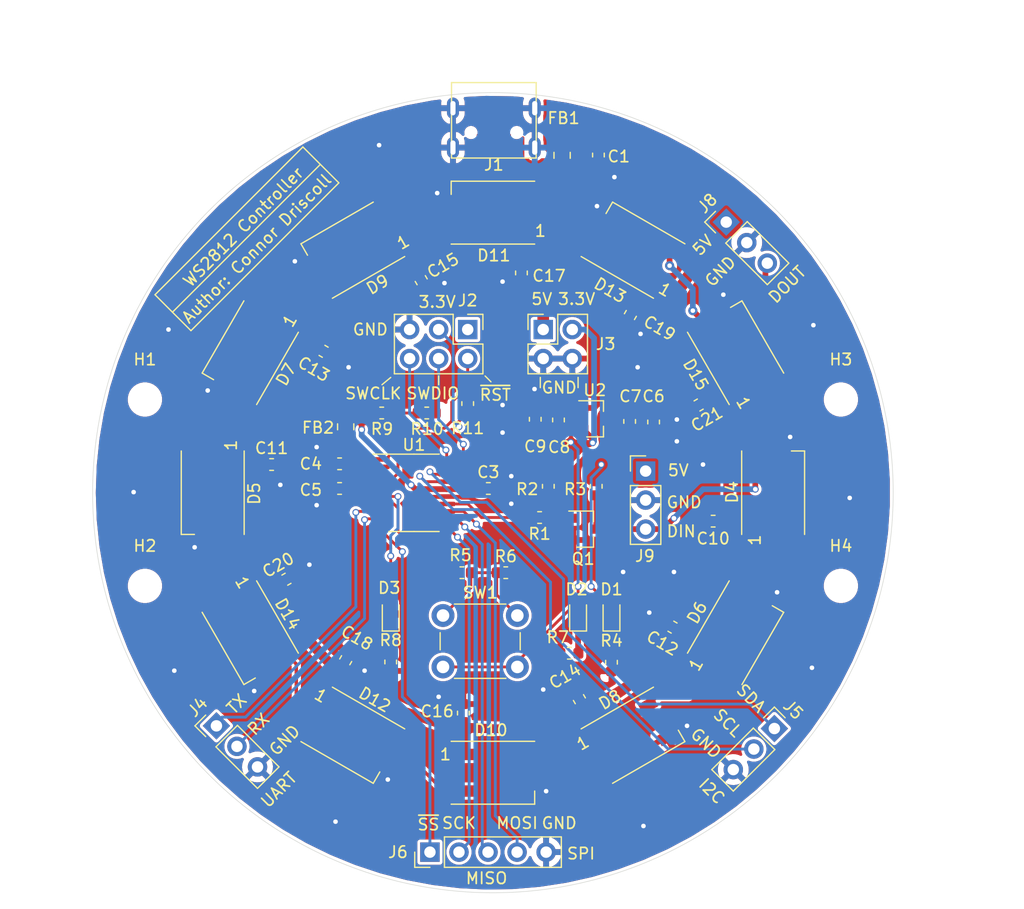
<source format=kicad_pcb>
(kicad_pcb (version 20171130) (host pcbnew 5.1.6)
  (layers (0 F.Cu signal) (31 B.Cu signal) (34 B.Paste user) (35 F.Paste user) (36 B.SilkS user) (37 F.SilkS user) (38 B.Mask user) (39 F.Mask user) (44 Edge.Cuts user))
  (net 0 "")
  (net 1 GND)
  (net 2 +5V)
  (net 3 +3V3)
  (net 4 /STM32F030F4Px/VDDA)
  (net 5 /5V_LED_K)
  (net 6 /3.3V_LED_K)
  (net 7 /PA0)
  (net 8 /User_LED_K)
  (net 9 /Addressable_LEDs/DOUT_1)
  (net 10 /5V_Data_Out)
  (net 11 /Addressable_LEDs/DOUT_7)
  (net 12 /Addressable_LEDs/DOUT_6)
  (net 13 /Addressable_LEDs/DOUT_2)
  (net 14 /Addressable_LEDs/DOUT_8)
  (net 15 /Addressable_LEDs/DOUT_3)
  (net 16 /Addressable_LEDs/DOUT_9)
  (net 17 /Addressable_LEDs/DOUT_4)
  (net 18 /Addressable_LEDs/DOUT_10)
  (net 19 /Addressable_LEDs/DOUT_5)
  (net 20 /Addressable_LEDs/DOUT_11)
  (net 21 /DOUT)
  (net 22 /V_USB)
  (net 23 "Net-(J1-Pad4)")
  (net 24 "Net-(J1-Pad2)")
  (net 25 "Net-(J1-Pad3)")
  (net 26 /SWCLK)
  (net 27 /SWDIO)
  (net 28 /~RST)
  (net 29 "Net-(J2-Pad1)")
  (net 30 /UART_RX)
  (net 31 /UART_TX)
  (net 32 /I2C_SDA)
  (net 33 /I2C_SCL)
  (net 34 /SPI_MOSI)
  (net 35 /SPI_MISO)
  (net 36 /SPI_SCK)
  (net 37 /SPI_~SS)
  (net 38 /Data_B)
  (net 39 /3.3V_Data_Out)
  (net 40 /PA1)
  (net 41 "Net-(R5-Pad1)")
  (net 42 /STM32F030F4Px/BOOT0)
  (net 43 /STM32F030F4Px/OSC_OUT)
  (net 44 /STM32F030F4Px/OSC_IN)
  (module MountingHole:MountingHole_2.5mm (layer F.Cu) (at 170.4266 108.1528)
    (fp_text reference H4 (at 0 -3.5) (layer F.SilkS))
    (fp_text value MountingHole)
    (pad 1 np_thru_hole circle (at 0 0) (size 2.5 2.5) (drill 2.5) (layers *.Cu *.Mask))
  )
  (module MountingHole:MountingHole_2.5mm (layer F.Cu) (at 170.4266 91.8472)
    (fp_text reference H3 (at 0 -3.5) (layer F.SilkS))
    (fp_text value MountingHole)
    (pad 1 np_thru_hole circle (at 0 0) (size 2.5 2.5) (drill 2.5) (layers *.Cu *.Mask))
  )
  (module MountingHole:MountingHole_2.5mm (layer F.Cu) (at 109.5733 108.1528)
    (fp_text reference H2 (at 0 -3.5) (layer F.SilkS))
    (fp_text value MountingHole)
    (pad 1 np_thru_hole circle (at 0 0) (size 2.5 2.5) (drill 2.5) (layers *.Cu *.Mask))
  )
  (module MountingHole:MountingHole_2.5mm (layer F.Cu) (at 109.5733 91.8472)
    (fp_text reference H1 (at 0 -3.5) (layer F.SilkS))
    (fp_text value MountingHole)
    (pad 1 np_thru_hole circle (at 0 0) (size 2.5 2.5) (drill 2.5) (layers *.Cu *.Mask))
  )
  (module Connector_PinHeader_2.54mm:PinHeader_1x05_P2.54mm_Vertical (layer F.Cu) (at 134.493 131.445 90)
    (fp_text reference J6 (at 0 -2.794 180) (layer F.SilkS))
    (fp_text value SPI)
    (pad 5 thru_hole oval (at 0 10.16 90) (size 1.7 1.7) (drill 1) (layers *.Cu *.Mask) (net 1 GND))
    (pad 4 thru_hole oval (at 0 7.62 90) (size 1.7 1.7) (drill 1) (layers *.Cu *.Mask) (net 34 /SPI_MOSI))
    (pad 3 thru_hole oval (at 0 5.08 90) (size 1.7 1.7) (drill 1) (layers *.Cu *.Mask) (net 35 /SPI_MISO))
    (pad 2 thru_hole oval (at 0 2.54 90) (size 1.7 1.7) (drill 1) (layers *.Cu *.Mask) (net 36 /SPI_SCK))
    (pad 1 thru_hole rect (at 0 0 90) (size 1.7 1.7) (drill 1) (layers *.Cu *.Mask) (net 37 /SPI_~SS))
  )
  (module Connector_PinHeader_2.54mm:PinHeader_1x03_P2.54mm_Vertical (layer F.Cu) (at 164.610051 120.631949 315)
    (fp_text reference J5 (at 0 -2.33 135) (layer F.SilkS))
    (fp_text value I2C)
    (pad 3 thru_hole oval (at 0 5.08 315) (size 1.7 1.7) (drill 1) (layers *.Cu *.Mask) (net 1 GND))
    (pad 2 thru_hole oval (at 0 2.54 315) (size 1.7 1.7) (drill 1) (layers *.Cu *.Mask) (net 33 /I2C_SCL))
    (pad 1 thru_hole rect (at 0 0 315) (size 1.7 1.7) (drill 1) (layers *.Cu *.Mask) (net 32 /I2C_SDA))
  )
  (module Connector_PinHeader_2.54mm:PinHeader_1x03_P2.54mm_Vertical (layer F.Cu) (at 115.824 120.396 45)
    (fp_text reference J4 (at 0 -2.33 45) (layer F.SilkS))
    (fp_text value UART)
    (pad 3 thru_hole oval (at 0 5.08 45) (size 1.7 1.7) (drill 1) (layers *.Cu *.Mask) (net 1 GND))
    (pad 2 thru_hole oval (at 0 2.54 45) (size 1.7 1.7) (drill 1) (layers *.Cu *.Mask) (net 30 /UART_RX))
    (pad 1 thru_hole rect (at 0 0 45) (size 1.7 1.7) (drill 1) (layers *.Cu *.Mask) (net 31 /UART_TX))
  )
  (module Resistor_SMD:R_0603_1608Metric (layer F.Cu) (at 137.287 106.9975 180)
    (fp_text reference R5 (at 0.127 1.524) (layer F.SilkS))
    (fp_text value 10kR)
    (pad 2 smd roundrect (at 0.7875 0 180) (size 0.875 0.95) (layers F.Cu F.Paste F.Mask) (net 40 /PA1))
    (pad 1 smd roundrect (at -0.7875 0 180) (size 0.875 0.95) (layers F.Cu F.Paste F.Mask) (net 41 "Net-(R5-Pad1)"))
  )
  (module Resistor_SMD:R_0603_1608Metric (layer F.Cu) (at 141.1225 106.9975)
    (fp_text reference R6 (at 0 -1.43) (layer F.SilkS))
    (fp_text value 10kR)
    (pad 2 smd roundrect (at 0.7875 0) (size 0.875 0.95) (layers F.Cu F.Paste F.Mask) (net 1 GND))
    (pad 1 smd roundrect (at -0.7875 0) (size 0.875 0.95) (layers F.Cu F.Paste F.Mask) (net 41 "Net-(R5-Pad1)"))
  )
  (module Connector_PinHeader_2.54mm:PinHeader_1x03_P2.54mm_Vertical (layer F.Cu) (at 153.3525 98.1075)
    (fp_text reference J9 (at -0.0635 7.4295) (layer F.SilkS))
    (fp_text value Conn_01x03)
    (pad 3 thru_hole oval (at 0 5.08) (size 1.7 1.7) (drill 1) (layers *.Cu *.Mask) (net 10 /5V_Data_Out))
    (pad 2 thru_hole oval (at 0 2.54) (size 1.7 1.7) (drill 1) (layers *.Cu *.Mask) (net 1 GND))
    (pad 1 thru_hole rect (at 0 0) (size 1.7 1.7) (drill 1) (layers *.Cu *.Mask) (net 2 +5V))
  )
  (module Package_TO_SOT_SMD:SOT-23 (layer F.Cu) (at 148.9075 93.5355)
    (fp_text reference U2 (at 0 -2.5) (layer F.SilkS))
    (fp_text value SSP6206)
    (pad 3 smd rect (at 1 0) (size 0.9 0.8) (layers F.Cu F.Paste F.Mask) (net 2 +5V))
    (pad 2 smd rect (at -1 0.95) (size 0.9 0.8) (layers F.Cu F.Paste F.Mask) (net 3 +3V3))
    (pad 1 smd rect (at -1 -0.95) (size 0.9 0.8) (layers F.Cu F.Paste F.Mask) (net 1 GND))
  )
  (module Package_SO:TSSOP-20_4.4x6.5mm_P0.65mm (layer F.Cu) (at 133.096 100.0125)
    (fp_text reference U1 (at 0 -4.2) (layer F.SilkS))
    (fp_text value STM32F030F4Px)
    (pad 20 smd roundrect (at 2.8625 -2.925) (size 1.475 0.4) (layers F.Cu F.Paste F.Mask) (net 26 /SWCLK))
    (pad 19 smd roundrect (at 2.8625 -2.275) (size 1.475 0.4) (layers F.Cu F.Paste F.Mask) (net 27 /SWDIO))
    (pad 18 smd roundrect (at 2.8625 -1.625) (size 1.475 0.4) (layers F.Cu F.Paste F.Mask) (net 32 /I2C_SDA))
    (pad 17 smd roundrect (at 2.8625 -0.975) (size 1.475 0.4) (layers F.Cu F.Paste F.Mask) (net 33 /I2C_SCL))
    (pad 16 smd roundrect (at 2.8625 -0.325) (size 1.475 0.4) (layers F.Cu F.Paste F.Mask) (net 3 +3V3))
    (pad 15 smd roundrect (at 2.8625 0.325) (size 1.475 0.4) (layers F.Cu F.Paste F.Mask) (net 1 GND))
    (pad 14 smd roundrect (at 2.8625 0.975) (size 1.475 0.4) (layers F.Cu F.Paste F.Mask) (net 39 /3.3V_Data_Out))
    (pad 13 smd roundrect (at 2.8625 1.625) (size 1.475 0.4) (layers F.Cu F.Paste F.Mask) (net 34 /SPI_MOSI))
    (pad 12 smd roundrect (at 2.8625 2.275) (size 1.475 0.4) (layers F.Cu F.Paste F.Mask) (net 35 /SPI_MISO))
    (pad 11 smd roundrect (at 2.8625 2.925) (size 1.475 0.4) (layers F.Cu F.Paste F.Mask) (net 36 /SPI_SCK))
    (pad 10 smd roundrect (at -2.8625 2.925) (size 1.475 0.4) (layers F.Cu F.Paste F.Mask) (net 37 /SPI_~SS))
    (pad 9 smd roundrect (at -2.8625 2.275) (size 1.475 0.4) (layers F.Cu F.Paste F.Mask) (net 30 /UART_RX))
    (pad 8 smd roundrect (at -2.8625 1.625) (size 1.475 0.4) (layers F.Cu F.Paste F.Mask) (net 31 /UART_TX))
    (pad 7 smd roundrect (at -2.8625 0.975) (size 1.475 0.4) (layers F.Cu F.Paste F.Mask) (net 40 /PA1))
    (pad 6 smd roundrect (at -2.8625 0.325) (size 1.475 0.4) (layers F.Cu F.Paste F.Mask) (net 7 /PA0))
    (pad 5 smd roundrect (at -2.8625 -0.325) (size 1.475 0.4) (layers F.Cu F.Paste F.Mask) (net 4 /STM32F030F4Px/VDDA))
    (pad 4 smd roundrect (at -2.8625 -0.975) (size 1.475 0.4) (layers F.Cu F.Paste F.Mask) (net 28 /~RST))
    (pad 3 smd roundrect (at -2.8625 -1.625) (size 1.475 0.4) (layers F.Cu F.Paste F.Mask) (net 43 /STM32F030F4Px/OSC_OUT))
    (pad 2 smd roundrect (at -2.8625 -2.275) (size 1.475 0.4) (layers F.Cu F.Paste F.Mask) (net 44 /STM32F030F4Px/OSC_IN))
    (pad 1 smd roundrect (at -2.8625 -2.925) (size 1.475 0.4) (layers F.Cu F.Paste F.Mask) (net 42 /STM32F030F4Px/BOOT0))
  )
  (module Button_Switch_THT:SW_PUSH_6mm_H5mm (layer F.Cu) (at 135.636 110.744)
    (fp_text reference SW1 (at 3.25 -2) (layer F.SilkS))
    (fp_text value SW_Push)
    (pad 1 thru_hole circle (at 6.5 0 90) (size 2 2) (drill 1.1) (layers *.Cu *.Mask) (net 41 "Net-(R5-Pad1)"))
    (pad 2 thru_hole circle (at 6.5 4.5 90) (size 2 2) (drill 1.1) (layers *.Cu *.Mask) (net 3 +3V3))
    (pad 1 thru_hole circle (at 0 0 90) (size 2 2) (drill 1.1) (layers *.Cu *.Mask) (net 41 "Net-(R5-Pad1)"))
    (pad 2 thru_hole circle (at 0 4.5 90) (size 2 2) (drill 1.1) (layers *.Cu *.Mask) (net 3 +3V3))
  )
  (module Resistor_SMD:R_0603_1608Metric (layer F.Cu) (at 137.795 92.202 90)
    (fp_text reference R11 (at -2.159 0 180) (layer F.SilkS))
    (fp_text value 10kR)
    (pad 2 smd roundrect (at 0.7875 0 90) (size 0.875 0.95) (layers F.Cu F.Paste F.Mask) (net 28 /~RST))
    (pad 1 smd roundrect (at -0.7875 0 90) (size 0.875 0.95) (layers F.Cu F.Paste F.Mask) (net 3 +3V3))
  )
  (module Resistor_SMD:R_0603_1608Metric (layer F.Cu) (at 134.2135 93.0275)
    (fp_text reference R10 (at 0.0255 1.397) (layer F.SilkS))
    (fp_text value 10kR)
    (pad 2 smd roundrect (at 0.7875 0) (size 0.875 0.95) (layers F.Cu F.Paste F.Mask) (net 1 GND))
    (pad 1 smd roundrect (at -0.7875 0) (size 0.875 0.95) (layers F.Cu F.Paste F.Mask) (net 42 /STM32F030F4Px/BOOT0))
  )
  (module Resistor_SMD:R_0603_1608Metric (layer F.Cu) (at 130.2765 93.0275)
    (fp_text reference R9 (at 0.0255 1.397) (layer F.SilkS))
    (fp_text value 10kR)
    (pad 2 smd roundrect (at 0.7875 0) (size 0.875 0.95) (layers F.Cu F.Paste F.Mask) (net 42 /STM32F030F4Px/BOOT0))
    (pad 1 smd roundrect (at -0.7875 0) (size 0.875 0.95) (layers F.Cu F.Paste F.Mask) (net 3 +3V3))
  )
  (module Resistor_SMD:R_0603_1608Metric (layer F.Cu) (at 131.064 114.808 270)
    (fp_text reference R8 (at -1.905 0 180) (layer F.SilkS))
    (fp_text value 260R)
    (pad 2 smd roundrect (at 0.7875 0 270) (size 0.875 0.95) (layers F.Cu F.Paste F.Mask) (net 1 GND))
    (pad 1 smd roundrect (at -0.7875 0 270) (size 0.875 0.95) (layers F.Cu F.Paste F.Mask) (net 8 /User_LED_K))
  )
  (module Resistor_SMD:R_0603_1608Metric (layer F.Cu) (at 146.685 114.046 180)
    (fp_text reference R7 (at 1.016 1.397) (layer F.SilkS))
    (fp_text value 260R)
    (pad 2 smd roundrect (at 0.7875 0 180) (size 0.875 0.95) (layers F.Cu F.Paste F.Mask) (net 1 GND))
    (pad 1 smd roundrect (at -0.7875 0 180) (size 0.875 0.95) (layers F.Cu F.Paste F.Mask) (net 6 /3.3V_LED_K))
  )
  (module Resistor_SMD:R_0603_1608Metric (layer F.Cu) (at 150.368 114.8335 270)
    (fp_text reference R4 (at -1.8795 0 180) (layer F.SilkS))
    (fp_text value 600R)
    (pad 2 smd roundrect (at 0.7875 0 270) (size 0.875 0.95) (layers F.Cu F.Paste F.Mask) (net 1 GND))
    (pad 1 smd roundrect (at -0.7875 0 270) (size 0.875 0.95) (layers F.Cu F.Paste F.Mask) (net 5 /5V_LED_K))
  )
  (module Resistor_SMD:R_0603_1608Metric (layer F.Cu) (at 149.0345 99.441 270)
    (fp_text reference R3 (at 0.254 1.8415 180) (layer F.SilkS))
    (fp_text value 10kR)
    (pad 2 smd roundrect (at 0.7875 0 270) (size 0.875 0.95) (layers F.Cu F.Paste F.Mask) (net 10 /5V_Data_Out))
    (pad 1 smd roundrect (at -0.7875 0 270) (size 0.875 0.95) (layers F.Cu F.Paste F.Mask) (net 2 +5V))
  )
  (module Resistor_SMD:R_0603_1608Metric (layer F.Cu) (at 144.8435 99.441 270)
    (fp_text reference R2 (at 0.254 1.8415 180) (layer F.SilkS))
    (fp_text value 10kR)
    (pad 2 smd roundrect (at 0.7875 0 270) (size 0.875 0.95) (layers F.Cu F.Paste F.Mask) (net 38 /Data_B))
    (pad 1 smd roundrect (at -0.7875 0 270) (size 0.875 0.95) (layers F.Cu F.Paste F.Mask) (net 3 +3V3))
  )
  (module Resistor_SMD:R_0603_1608Metric (layer F.Cu) (at 144.0815 102.1715 180)
    (fp_text reference R1 (at 0 -1.43) (layer F.SilkS))
    (fp_text value 1kR)
    (pad 2 smd roundrect (at 0.7875 0 180) (size 0.875 0.95) (layers F.Cu F.Paste F.Mask) (net 39 /3.3V_Data_Out))
    (pad 1 smd roundrect (at -0.7875 0 180) (size 0.875 0.95) (layers F.Cu F.Paste F.Mask) (net 38 /Data_B))
  )
  (module Package_TO_SOT_SMD:SOT-23 (layer F.Cu) (at 148.0345 103.1875)
    (fp_text reference Q1 (at -0.143 2.6035) (layer F.SilkS))
    (fp_text value Q_NPN_BEC)
    (pad 3 smd rect (at 1 0) (size 0.9 0.8) (layers F.Cu F.Paste F.Mask) (net 10 /5V_Data_Out))
    (pad 2 smd rect (at -1 0.95) (size 0.9 0.8) (layers F.Cu F.Paste F.Mask) (net 1 GND))
    (pad 1 smd rect (at -1 -0.95) (size 0.9 0.8) (layers F.Cu F.Paste F.Mask) (net 38 /Data_B))
  )
  (module Connector_PinHeader_2.54mm:PinHeader_1x03_P2.54mm_Vertical (layer F.Cu) (at 160.401 76.327 45)
    (fp_text reference J8 (at 0 -2.33 45) (layer F.SilkS))
    (fp_text value Conn_01x03)
    (pad 3 thru_hole oval (at 0 5.08 45) (size 1.7 1.7) (drill 1) (layers *.Cu *.Mask) (net 21 /DOUT))
    (pad 2 thru_hole oval (at 0 2.54 45) (size 1.7 1.7) (drill 1) (layers *.Cu *.Mask) (net 1 GND))
    (pad 1 thru_hole rect (at 0 0 45) (size 1.7 1.7) (drill 1) (layers *.Cu *.Mask) (net 2 +5V))
  )
  (module Connector_PinHeader_2.54mm:PinHeader_2x02_P2.54mm_Vertical (layer F.Cu) (at 144.399 85.725)
    (fp_text reference J3 (at 5.461 1.27) (layer F.SilkS))
    (fp_text value "Power Header")
    (pad 4 thru_hole oval (at 2.54 2.54) (size 1.7 1.7) (drill 1) (layers *.Cu *.Mask) (net 1 GND))
    (pad 3 thru_hole oval (at 0 2.54) (size 1.7 1.7) (drill 1) (layers *.Cu *.Mask) (net 1 GND))
    (pad 2 thru_hole oval (at 2.54 0) (size 1.7 1.7) (drill 1) (layers *.Cu *.Mask) (net 3 +3V3))
    (pad 1 thru_hole rect (at 0 0) (size 1.7 1.7) (drill 1) (layers *.Cu *.Mask) (net 2 +5V))
  )
  (module Connector_PinHeader_2.54mm:PinHeader_2x03_P2.54mm_Vertical (layer F.Cu) (at 137.795 85.725 270)
    (fp_text reference J2 (at -2.54 0 180) (layer F.SilkS))
    (fp_text value "Prog. Header")
    (pad 6 thru_hole oval (at 2.54 5.08 270) (size 1.7 1.7) (drill 1) (layers *.Cu *.Mask) (net 26 /SWCLK))
    (pad 5 thru_hole oval (at 0 5.08 270) (size 1.7 1.7) (drill 1) (layers *.Cu *.Mask) (net 1 GND))
    (pad 4 thru_hole oval (at 2.54 2.54 270) (size 1.7 1.7) (drill 1) (layers *.Cu *.Mask) (net 27 /SWDIO))
    (pad 3 thru_hole oval (at 0 2.54 270) (size 1.7 1.7) (drill 1) (layers *.Cu *.Mask) (net 3 +3V3))
    (pad 2 thru_hole oval (at 2.54 0 270) (size 1.7 1.7) (drill 1) (layers *.Cu *.Mask) (net 28 /~RST))
    (pad 1 thru_hole rect (at 0 0 270) (size 1.7 1.7) (drill 1) (layers *.Cu *.Mask) (net 29 "Net-(J2-Pad1)"))
  )
  (module chinesium:USB-MicroB (layer F.Cu) (at 140.081 67.31 180)
    (fp_text reference J1 (at 0 -4) (layer F.SilkS))
    (fp_text value USB_B_Micro)
    (pad "" np_thru_hole circle (at 2 -1.18 180) (size 0.65 0.65) (drill 0.65) (layers *.Cu *.Mask))
    (pad "" np_thru_hole circle (at -2 -1.18 180) (size 0.65 0.65) (drill 0.65) (layers *.Cu *.Mask))
    (pad 6 thru_hole oval (at 3.575 0.95 180) (size 1.05 1.85) (drill oval 0.45 1.25) (layers *.Cu *.Mask) (net 1 GND))
    (pad 6 thru_hole oval (at 3.575 -2.5 180) (size 1.05 1.85) (drill oval 0.45 1.25) (layers *.Cu *.Mask) (net 1 GND))
    (pad 6 thru_hole oval (at -3.575 0.95 180) (size 1.05 1.85) (drill oval 0.45 1.25) (layers *.Cu *.Mask) (net 1 GND))
    (pad 6 thru_hole oval (at -3.575 -2.5 180) (size 1.05 1.85) (drill oval 0.45 1.25) (layers *.Cu *.Mask) (net 1 GND))
    (pad 5 smd roundrect (at 1.3 -2 180) (size 0.4 1.4) (layers F.Cu F.Paste F.Mask) (net 1 GND))
    (pad 4 smd roundrect (at 0.65 -2 180) (size 0.4 1.4) (layers F.Cu F.Paste F.Mask) (net 23 "Net-(J1-Pad4)"))
    (pad 2 smd roundrect (at -0.65 -2 180) (size 0.4 1.4) (layers F.Cu F.Paste F.Mask) (net 24 "Net-(J1-Pad2)"))
    (pad 3 smd roundrect (at 0 -2 180) (size 0.4 1.4) (layers F.Cu F.Paste F.Mask) (net 25 "Net-(J1-Pad3)"))
    (pad 1 smd roundrect (at -1.3 -2 180) (size 0.4 1.4) (layers F.Cu F.Paste F.Mask) (net 22 /V_USB))
  )
  (module Inductor_SMD:L_0805_2012Metric (layer F.Cu) (at 127.127 94.234 90)
    (fp_text reference FB2 (at -0.0785 -2.413 180) (layer F.SilkS))
    (fp_text value Ferrite_Bead)
    (pad 2 smd roundrect (at 0.9375 0 90) (size 0.975 1.4) (layers F.Cu F.Paste F.Mask) (net 3 +3V3))
    (pad 1 smd roundrect (at -0.9375 0 90) (size 0.975 1.4) (layers F.Cu F.Paste F.Mask) (net 4 /STM32F030F4Px/VDDA))
  )
  (module Inductor_SMD:L_0805_2012Metric (layer F.Cu) (at 146.05 70.485 270)
    (fp_text reference FB1 (at -3.2535 -0.127 180) (layer F.SilkS))
    (fp_text value Ferrite_Bead)
    (pad 2 smd roundrect (at 0.9375 0 270) (size 0.975 1.4) (layers F.Cu F.Paste F.Mask) (net 22 /V_USB))
    (pad 1 smd roundrect (at -0.9375 0 270) (size 0.975 1.4) (layers F.Cu F.Paste F.Mask) (net 2 +5V))
  )
  (module LED_SMD:LED_WS2812B_PLCC4_5.0x5.0mm_P3.2mm (layer F.Cu) (at 161.2176 87.75 120)
    (fp_text reference D15 (at 0.085959 -3.972886 120) (layer F.SilkS))
    (fp_text value WS2812B)
    (fp_text user 1 (at -4.15 -1.6 120) (layer F.SilkS))
    (pad 1 smd rect (at -2.45 -1.6 120) (size 1.5 1) (layers F.Cu F.Paste F.Mask) (net 2 +5V))
    (pad 2 smd rect (at -2.45 1.6 120) (size 1.5 1) (layers F.Cu F.Paste F.Mask) (net 21 /DOUT))
    (pad 4 smd rect (at 2.45 -1.6 120) (size 1.5 1) (layers F.Cu F.Paste F.Mask) (net 20 /Addressable_LEDs/DOUT_11))
    (pad 3 smd rect (at 2.45 1.6 120) (size 1.5 1) (layers F.Cu F.Paste F.Mask) (net 1 GND))
  )
  (module LED_SMD:LED_WS2812B_PLCC4_5.0x5.0mm_P3.2mm (layer F.Cu) (at 118.7824 112.25 300)
    (fp_text reference D14 (at 0.218081 -3.643727 300 unlocked) (layer F.SilkS))
    (fp_text value WS2812B)
    (fp_text user 1 (at -4.149999 -1.6 300 unlocked) (layer F.SilkS))
    (pad 1 smd rect (at -2.45 -1.6 300) (size 1.5 1) (layers F.Cu F.Paste F.Mask) (net 2 +5V))
    (pad 2 smd rect (at -2.45 1.6 300) (size 1.5 1) (layers F.Cu F.Paste F.Mask) (net 12 /Addressable_LEDs/DOUT_6))
    (pad 4 smd rect (at 2.45 -1.6 300) (size 1.5 1) (layers F.Cu F.Paste F.Mask) (net 19 /Addressable_LEDs/DOUT_5))
    (pad 3 smd rect (at 2.45 1.6 300) (size 1.5 1) (layers F.Cu F.Paste F.Mask) (net 1 GND))
  )
  (module LED_SMD:LED_WS2812B_PLCC4_5.0x5.0mm_P3.2mm (layer F.Cu) (at 152.25 78.7824 150)
    (fp_text reference D13 (at -0.016955 -4.047367 150) (layer F.SilkS))
    (fp_text value WS2812B)
    (fp_text user 1 (at -4.15 -1.6 150) (layer F.SilkS))
    (pad 1 smd rect (at -2.45 -1.6 150) (size 1.5 1) (layers F.Cu F.Paste F.Mask) (net 2 +5V))
    (pad 2 smd rect (at -2.45 1.6 150) (size 1.5 1) (layers F.Cu F.Paste F.Mask) (net 20 /Addressable_LEDs/DOUT_11))
    (pad 4 smd rect (at 2.45 -1.6 150) (size 1.5 1) (layers F.Cu F.Paste F.Mask) (net 18 /Addressable_LEDs/DOUT_10))
    (pad 3 smd rect (at 2.45 1.6 150) (size 1.5 1) (layers F.Cu F.Paste F.Mask) (net 1 GND))
  )
  (module LED_SMD:LED_WS2812B_PLCC4_5.0x5.0mm_P3.2mm (layer F.Cu) (at 127.75 121.2176 330)
    (fp_text reference D12 (at 0.106371 -3.649761 150) (layer F.SilkS))
    (fp_text value WS2812B)
    (fp_text user 1 (at -4.15 -1.600001 330 unlocked) (layer F.SilkS))
    (pad 1 smd rect (at -2.45 -1.6 330) (size 1.5 1) (layers F.Cu F.Paste F.Mask) (net 2 +5V))
    (pad 2 smd rect (at -2.45 1.6 330) (size 1.5 1) (layers F.Cu F.Paste F.Mask) (net 19 /Addressable_LEDs/DOUT_5))
    (pad 4 smd rect (at 2.45 -1.6 330) (size 1.5 1) (layers F.Cu F.Paste F.Mask) (net 17 /Addressable_LEDs/DOUT_4))
    (pad 3 smd rect (at 2.45 1.6 330) (size 1.5 1) (layers F.Cu F.Paste F.Mask) (net 1 GND))
  )
  (module LED_SMD:LED_WS2812B_PLCC4_5.0x5.0mm_P3.2mm (layer F.Cu) (at 140 75.5 180)
    (fp_text reference D11 (at -0.081 -3.748 180) (layer F.SilkS))
    (fp_text value WS2812B)
    (fp_text user 1 (at -4.15 -1.6) (layer F.SilkS))
    (pad 1 smd rect (at -2.45 -1.6 180) (size 1.5 1) (layers F.Cu F.Paste F.Mask) (net 2 +5V))
    (pad 2 smd rect (at -2.45 1.6 180) (size 1.5 1) (layers F.Cu F.Paste F.Mask) (net 18 /Addressable_LEDs/DOUT_10))
    (pad 4 smd rect (at 2.45 -1.6 180) (size 1.5 1) (layers F.Cu F.Paste F.Mask) (net 16 /Addressable_LEDs/DOUT_9))
    (pad 3 smd rect (at 2.45 1.6 180) (size 1.5 1) (layers F.Cu F.Paste F.Mask) (net 1 GND))
  )
  (module LED_SMD:LED_WS2812B_PLCC4_5.0x5.0mm_P3.2mm (layer F.Cu) (at 140 124.5)
    (fp_text reference D10 (at -0.173 -3.723) (layer F.SilkS))
    (fp_text value WS2812B)
    (fp_text user 1 (at -4.15 -1.6 unlocked) (layer F.SilkS))
    (pad 1 smd rect (at -2.45 -1.6) (size 1.5 1) (layers F.Cu F.Paste F.Mask) (net 2 +5V))
    (pad 2 smd rect (at -2.45 1.6) (size 1.5 1) (layers F.Cu F.Paste F.Mask) (net 17 /Addressable_LEDs/DOUT_4))
    (pad 4 smd rect (at 2.45 -1.6) (size 1.5 1) (layers F.Cu F.Paste F.Mask) (net 15 /Addressable_LEDs/DOUT_3))
    (pad 3 smd rect (at 2.45 1.6) (size 1.5 1) (layers F.Cu F.Paste F.Mask) (net 1 GND))
  )
  (module LED_SMD:LED_WS2812B_PLCC4_5.0x5.0mm_P3.2mm (layer F.Cu) (at 127.75 78.7824 210)
    (fp_text reference D9 (at -0.377341 -3.688426 210) (layer F.SilkS))
    (fp_text value WS2812B)
    (fp_text user 1 (at -4.15 -1.6 30) (layer F.SilkS))
    (pad 1 smd rect (at -2.45 -1.6 210) (size 1.5 1) (layers F.Cu F.Paste F.Mask) (net 2 +5V))
    (pad 2 smd rect (at -2.45 1.6 210) (size 1.5 1) (layers F.Cu F.Paste F.Mask) (net 16 /Addressable_LEDs/DOUT_9))
    (pad 4 smd rect (at 2.45 -1.6 210) (size 1.5 1) (layers F.Cu F.Paste F.Mask) (net 14 /Addressable_LEDs/DOUT_8))
    (pad 3 smd rect (at 2.45 1.6 210) (size 1.5 1) (layers F.Cu F.Paste F.Mask) (net 1 GND))
  )
  (module LED_SMD:LED_WS2812B_PLCC4_5.0x5.0mm_P3.2mm (layer F.Cu) (at 152.25 121.2176 30)
    (fp_text reference D8 (at -0.186045 -3.695761 30) (layer F.SilkS))
    (fp_text value WS2812B)
    (fp_text user 1 (at -4.149999 -1.6 30 unlocked) (layer F.SilkS))
    (pad 1 smd rect (at -2.45 -1.6 30) (size 1.5 1) (layers F.Cu F.Paste F.Mask) (net 2 +5V))
    (pad 2 smd rect (at -2.45 1.6 30) (size 1.5 1) (layers F.Cu F.Paste F.Mask) (net 15 /Addressable_LEDs/DOUT_3))
    (pad 4 smd rect (at 2.45 -1.6 30) (size 1.5 1) (layers F.Cu F.Paste F.Mask) (net 13 /Addressable_LEDs/DOUT_2))
    (pad 3 smd rect (at 2.45 1.6 30) (size 1.5 1) (layers F.Cu F.Paste F.Mask) (net 1 GND))
  )
  (module LED_SMD:LED_WS2812B_PLCC4_5.0x5.0mm_P3.2mm (layer F.Cu) (at 118.7824 87.75 240)
    (fp_text reference D7 (at 0.087041 -3.673241 240) (layer F.SilkS))
    (fp_text value WS2812B)
    (fp_text user 1 (at -4.15 -1.6 60) (layer F.SilkS))
    (pad 1 smd rect (at -2.45 -1.6 240) (size 1.5 1) (layers F.Cu F.Paste F.Mask) (net 2 +5V))
    (pad 2 smd rect (at -2.45 1.6 240) (size 1.5 1) (layers F.Cu F.Paste F.Mask) (net 14 /Addressable_LEDs/DOUT_8))
    (pad 4 smd rect (at 2.45 -1.6 240) (size 1.5 1) (layers F.Cu F.Paste F.Mask) (net 11 /Addressable_LEDs/DOUT_7))
    (pad 3 smd rect (at 2.45 1.6 240) (size 1.5 1) (layers F.Cu F.Paste F.Mask) (net 1 GND))
  )
  (module LED_SMD:LED_WS2812B_PLCC4_5.0x5.0mm_P3.2mm (layer F.Cu) (at 161.2176 112.25 60)
    (fp_text reference D6 (at -0.154095 -3.786901 60) (layer F.SilkS))
    (fp_text value WS2812B)
    (fp_text user 1 (at -4.15 -1.600001 60 unlocked) (layer F.SilkS))
    (pad 1 smd rect (at -2.45 -1.6 60) (size 1.5 1) (layers F.Cu F.Paste F.Mask) (net 2 +5V))
    (pad 2 smd rect (at -2.45 1.6 60) (size 1.5 1) (layers F.Cu F.Paste F.Mask) (net 13 /Addressable_LEDs/DOUT_2))
    (pad 4 smd rect (at 2.45 -1.6 60) (size 1.5 1) (layers F.Cu F.Paste F.Mask) (net 9 /Addressable_LEDs/DOUT_1))
    (pad 3 smd rect (at 2.45 1.6 60) (size 1.5 1) (layers F.Cu F.Paste F.Mask) (net 1 GND))
  )
  (module LED_SMD:LED_WS2812B_PLCC4_5.0x5.0mm_P3.2mm (layer F.Cu) (at 115.5 100 270)
    (fp_text reference D5 (at 0.076 -3.626 270) (layer F.SilkS))
    (fp_text value WS2812B)
    (fp_text user 1 (at -4.15 -1.6 90) (layer F.SilkS))
    (pad 1 smd rect (at -2.45 -1.6 270) (size 1.5 1) (layers F.Cu F.Paste F.Mask) (net 2 +5V))
    (pad 2 smd rect (at -2.45 1.6 270) (size 1.5 1) (layers F.Cu F.Paste F.Mask) (net 11 /Addressable_LEDs/DOUT_7))
    (pad 4 smd rect (at 2.45 -1.6 270) (size 1.5 1) (layers F.Cu F.Paste F.Mask) (net 12 /Addressable_LEDs/DOUT_6))
    (pad 3 smd rect (at 2.45 1.6 270) (size 1.5 1) (layers F.Cu F.Paste F.Mask) (net 1 GND))
  )
  (module LED_SMD:LED_WS2812B_PLCC4_5.0x5.0mm_P3.2mm (layer F.Cu) (at 164.5 100 90)
    (fp_text reference D4 (at 0.051 -3.591 270) (layer F.SilkS))
    (fp_text value WS2812B)
    (fp_text user 1 (at -4.15 -1.6 90 unlocked) (layer F.SilkS))
    (pad 1 smd rect (at -2.45 -1.6 90) (size 1.5 1) (layers F.Cu F.Paste F.Mask) (net 2 +5V))
    (pad 2 smd rect (at -2.45 1.6 90) (size 1.5 1) (layers F.Cu F.Paste F.Mask) (net 9 /Addressable_LEDs/DOUT_1))
    (pad 4 smd rect (at 2.45 -1.6 90) (size 1.5 1) (layers F.Cu F.Paste F.Mask) (net 10 /5V_Data_Out))
    (pad 3 smd rect (at 2.45 1.6 90) (size 1.5 1) (layers F.Cu F.Paste F.Mask) (net 1 GND))
  )
  (module LED_SMD:LED_0603_1608Metric (layer F.Cu) (at 131.064 110.617 90)
    (fp_text reference D3 (at 2.286 -0.127 180) (layer F.SilkS))
    (fp_text value LED)
    (pad 2 smd roundrect (at 0.7875 0 90) (size 0.875 0.95) (layers F.Cu F.Paste F.Mask) (net 7 /PA0))
    (pad 1 smd roundrect (at -0.7875 0 90) (size 0.875 0.95) (layers F.Cu F.Paste F.Mask) (net 8 /User_LED_K))
  )
  (module LED_SMD:LED_0603_1608Metric (layer F.Cu) (at 147.447 110.617 90)
    (fp_text reference D2 (at 2.159 -0.127 180) (layer F.SilkS))
    (fp_text value LED)
    (pad 2 smd roundrect (at 0.7875 0 90) (size 0.875 0.95) (layers F.Cu F.Paste F.Mask) (net 3 +3V3))
    (pad 1 smd roundrect (at -0.7875 0 90) (size 0.875 0.95) (layers F.Cu F.Paste F.Mask) (net 6 /3.3V_LED_K))
  )
  (module LED_SMD:LED_0603_1608Metric (layer F.Cu) (at 150.368 110.617 90)
    (fp_text reference D1 (at 2.159 0 180) (layer F.SilkS))
    (fp_text value LED)
    (pad 2 smd roundrect (at 0.7875 0 90) (size 0.875 0.95) (layers F.Cu F.Paste F.Mask) (net 2 +5V))
    (pad 1 smd roundrect (at -0.7875 0 90) (size 0.875 0.95) (layers F.Cu F.Paste F.Mask) (net 5 /5V_LED_K))
  )
  (module Capacitor_SMD:C_0603_1608Metric (layer F.Cu) (at 157.988 92.329 210)
    (fp_text reference C21 (at 0 -1.43 30) (layer F.SilkS))
    (fp_text value 0.1uF)
    (pad 2 smd roundrect (at 0.7875 0 210) (size 0.875 0.95) (layers F.Cu F.Paste F.Mask) (net 1 GND))
    (pad 1 smd roundrect (at -0.7875 0 210) (size 0.875 0.95) (layers F.Cu F.Paste F.Mask) (net 2 +5V))
  )
  (module Capacitor_SMD:C_0603_1608Metric (layer F.Cu) (at 121.9455 107.569 30)
    (fp_text reference C20 (at 0 -1.43 30) (layer F.SilkS))
    (fp_text value 0.1uF)
    (pad 2 smd roundrect (at 0.7875 0 30) (size 0.875 0.95) (layers F.Cu F.Paste F.Mask) (net 1 GND))
    (pad 1 smd roundrect (at -0.7875 0 30) (size 0.875 0.95) (layers F.Cu F.Paste F.Mask) (net 2 +5V))
  )
  (module Capacitor_SMD:C_0603_1608Metric (layer F.Cu) (at 152.019 84.455 240)
    (fp_text reference C19 (at -0.280133 -2.771205 330) (layer F.SilkS))
    (fp_text value 0.1uF)
    (pad 2 smd roundrect (at 0.7875 0 240) (size 0.875 0.95) (layers F.Cu F.Paste F.Mask) (net 1 GND))
    (pad 1 smd roundrect (at -0.7875 0 240) (size 0.875 0.95) (layers F.Cu F.Paste F.Mask) (net 2 +5V))
  )
  (module Capacitor_SMD:C_0603_1608Metric (layer F.Cu) (at 127.127 114.6555 60)
    (fp_text reference C18 (at 2.1845 -0.127 330) (layer F.SilkS))
    (fp_text value 0.1uF)
    (pad 2 smd roundrect (at 0.7875 0 60) (size 0.875 0.95) (layers F.Cu F.Paste F.Mask) (net 1 GND))
    (pad 1 smd roundrect (at -0.7875 0 60) (size 0.875 0.95) (layers F.Cu F.Paste F.Mask) (net 2 +5V))
  )
  (module Capacitor_SMD:C_0603_1608Metric (layer F.Cu) (at 142.494 80.772 270)
    (fp_text reference C17 (at 0.254 -2.413 180) (layer F.SilkS))
    (fp_text value 0.1uF)
    (pad 2 smd roundrect (at 0.7875 0 270) (size 0.875 0.95) (layers F.Cu F.Paste F.Mask) (net 1 GND))
    (pad 1 smd roundrect (at -0.7875 0 270) (size 0.875 0.95) (layers F.Cu F.Paste F.Mask) (net 2 +5V))
  )
  (module Capacitor_SMD:C_0603_1608Metric (layer F.Cu) (at 137.414 119.2785 90)
    (fp_text reference C16 (at 0.1525 -2.286 180) (layer F.SilkS))
    (fp_text value 0.1uF)
    (pad 2 smd roundrect (at 0.7875 0 90) (size 0.875 0.95) (layers F.Cu F.Paste F.Mask) (net 1 GND))
    (pad 1 smd roundrect (at -0.7875 0 90) (size 0.875 0.95) (layers F.Cu F.Paste F.Mask) (net 2 +5V))
  )
  (module Capacitor_SMD:C_0603_1608Metric (layer F.Cu) (at 133.731 81.407 300)
    (fp_text reference C15 (at -0.147352 -2.284778 210) (layer F.SilkS))
    (fp_text value 0.1uF)
    (pad 2 smd roundrect (at 0.7875 0 300) (size 0.875 0.95) (layers F.Cu F.Paste F.Mask) (net 1 GND))
    (pad 1 smd roundrect (at -0.7875 0 300) (size 0.875 0.95) (layers F.Cu F.Paste F.Mask) (net 2 +5V))
  )
  (module Capacitor_SMD:C_0603_1608Metric (layer F.Cu) (at 147.56125 118.063005 120)
    (fp_text reference C14 (at 2.34769 -0.096308 210) (layer F.SilkS))
    (fp_text value 0.1uF)
    (pad 2 smd roundrect (at 0.7875 0 120) (size 0.875 0.95) (layers F.Cu F.Paste F.Mask) (net 1 GND))
    (pad 1 smd roundrect (at -0.7875 0 120) (size 0.875 0.95) (layers F.Cu F.Paste F.Mask) (net 2 +5V))
  )
  (module Capacitor_SMD:C_0603_1608Metric (layer F.Cu) (at 125.1965 87.63 330)
    (fp_text reference C13 (at 0.0255 1.778 150) (layer F.SilkS))
    (fp_text value 0.1uF)
    (pad 2 smd roundrect (at 0.7875 0 330) (size 0.875 0.95) (layers F.Cu F.Paste F.Mask) (net 1 GND))
    (pad 1 smd roundrect (at -0.7875 0 330) (size 0.875 0.95) (layers F.Cu F.Paste F.Mask) (net 2 +5V))
  )
  (module Capacitor_SMD:C_0603_1608Metric (layer F.Cu) (at 155.702 111.76 150)
    (fp_text reference C12 (at 0.071397 -1.654337 150) (layer F.SilkS))
    (fp_text value 0.1uF)
    (pad 2 smd roundrect (at 0.7875 0 150) (size 0.875 0.95) (layers F.Cu F.Paste F.Mask) (net 1 GND))
    (pad 1 smd roundrect (at -0.7875 0 150) (size 0.875 0.95) (layers F.Cu F.Paste F.Mask) (net 2 +5V))
  )
  (module Capacitor_SMD:C_0603_1608Metric (layer F.Cu) (at 120.65 97.536)
    (fp_text reference C11 (at 0 -1.43) (layer F.SilkS))
    (fp_text value 0.1uF)
    (pad 2 smd roundrect (at 0.7875 0) (size 0.875 0.95) (layers F.Cu F.Paste F.Mask) (net 1 GND))
    (pad 1 smd roundrect (at -0.7875 0) (size 0.875 0.95) (layers F.Cu F.Paste F.Mask) (net 2 +5V))
  )
  (module Capacitor_SMD:C_0603_1608Metric (layer F.Cu) (at 159.258 102.489 180)
    (fp_text reference C10 (at 0 -1.524) (layer F.SilkS))
    (fp_text value 0.1uF)
    (pad 2 smd roundrect (at 0.7875 0 180) (size 0.875 0.95) (layers F.Cu F.Paste F.Mask) (net 1 GND))
    (pad 1 smd roundrect (at -0.7875 0 180) (size 0.875 0.95) (layers F.Cu F.Paste F.Mask) (net 2 +5V))
  )
  (module Capacitor_SMD:C_0603_1608Metric (layer F.Cu) (at 143.7005 93.5735 90)
    (fp_text reference C9 (at -2.375 0 180) (layer F.SilkS))
    (fp_text value 1.0uF)
    (pad 2 smd roundrect (at 0.7875 0 90) (size 0.875 0.95) (layers F.Cu F.Paste F.Mask) (net 1 GND))
    (pad 1 smd roundrect (at -0.7875 0 90) (size 0.875 0.95) (layers F.Cu F.Paste F.Mask) (net 3 +3V3))
  )
  (module Capacitor_SMD:C_0603_1608Metric (layer F.Cu) (at 145.7325 93.637 90)
    (fp_text reference C8 (at -2.375 0.0635 180) (layer F.SilkS))
    (fp_text value 10nF)
    (pad 2 smd roundrect (at 0.7875 0 90) (size 0.875 0.95) (layers F.Cu F.Paste F.Mask) (net 1 GND))
    (pad 1 smd roundrect (at -0.7875 0 90) (size 0.875 0.95) (layers F.Cu F.Paste F.Mask) (net 3 +3V3))
  )
  (module Capacitor_SMD:C_0603_1608Metric (layer F.Cu) (at 151.9555 93.764 270)
    (fp_text reference C7 (at -2.197 -0.0635 180) (layer F.SilkS))
    (fp_text value 10nF)
    (pad 2 smd roundrect (at 0.7875 0 270) (size 0.875 0.95) (layers F.Cu F.Paste F.Mask) (net 1 GND))
    (pad 1 smd roundrect (at -0.7875 0 270) (size 0.875 0.95) (layers F.Cu F.Paste F.Mask) (net 2 +5V))
  )
  (module Capacitor_SMD:C_0603_1608Metric (layer F.Cu) (at 154.051 93.815 270)
    (fp_text reference C6 (at -2.248 0 180) (layer F.SilkS))
    (fp_text value 1.0uF)
    (pad 2 smd roundrect (at 0.7875 0 270) (size 0.875 0.95) (layers F.Cu F.Paste F.Mask) (net 1 GND))
    (pad 1 smd roundrect (at -0.7875 0 270) (size 0.875 0.95) (layers F.Cu F.Paste F.Mask) (net 2 +5V))
  )
  (module Capacitor_SMD:C_0603_1608Metric (layer F.Cu) (at 126.5935 99.6315 180)
    (fp_text reference C5 (at 2.5145 -0.127) (layer F.SilkS))
    (fp_text value 10nF)
    (pad 2 smd roundrect (at 0.7875 0 180) (size 0.875 0.95) (layers F.Cu F.Paste F.Mask) (net 1 GND))
    (pad 1 smd roundrect (at -0.7875 0 180) (size 0.875 0.95) (layers F.Cu F.Paste F.Mask) (net 4 /STM32F030F4Px/VDDA))
  )
  (module Capacitor_SMD:C_0603_1608Metric (layer F.Cu) (at 126.5935 97.4725 180)
    (fp_text reference C4 (at 2.5145 0) (layer F.SilkS))
    (fp_text value 0.1uF)
    (pad 2 smd roundrect (at 0.7875 0 180) (size 0.875 0.95) (layers F.Cu F.Paste F.Mask) (net 1 GND))
    (pad 1 smd roundrect (at -0.7875 0 180) (size 0.875 0.95) (layers F.Cu F.Paste F.Mask) (net 4 /STM32F030F4Px/VDDA))
  )
  (module Capacitor_SMD:C_0603_1608Metric (layer F.Cu) (at 139.5985 99.6315)
    (fp_text reference C3 (at 0 -1.43) (layer F.SilkS))
    (fp_text value 0.1uF)
    (pad 2 smd roundrect (at 0.7875 0) (size 0.875 0.95) (layers F.Cu F.Paste F.Mask) (net 1 GND))
    (pad 1 smd roundrect (at -0.7875 0) (size 0.875 0.95) (layers F.Cu F.Paste F.Mask) (net 3 +3V3))
  )
  (module Capacitor_SMD:C_0603_1608Metric (layer F.Cu) (at 149.225 70.4595 270)
    (fp_text reference C1 (at 0.127 -1.778 180) (layer F.SilkS))
    (fp_text value 4.7uF)
    (pad 2 smd roundrect (at 0.7875 0 270) (size 0.875 0.95) (layers F.Cu F.Paste F.Mask) (net 1 GND))
    (pad 1 smd roundrect (at -0.7875 0 270) (size 0.875 0.95) (layers F.Cu F.Paste F.Mask) (net 2 +5V))
  )
  (gr_line (start 139.827 90.297) (end 139.319 89.789) (layer F.SilkS) (width 0.12))
  (gr_text 3.3V (at 135.128 83.312) (layer F.SilkS) (effects (font (size 1 1))))
  (gr_text GND (at 129.286 85.725) (layer F.SilkS) (effects (font (size 1 1))))
  (gr_line (start 130.302 90.551) (end 131.064 89.916) (layer F.SilkS) (width 0.12))
  (gr_text SWCLK (at 129.54 91.313) (layer F.SilkS) (effects (font (size 1 1))))
  (gr_line (start 135.255 90.551) (end 135.255 90.297) (layer F.SilkS) (width 0.12))
  (gr_line (start 135.255 90.297) (end 135.255 89.789) (layer F.SilkS) (width 0.12))
  (gr_text SWDIO (at 134.747 91.313) (layer F.SilkS) (effects (font (size 1 1))))
  (gr_text ~RST (at 140.208 91.44) (layer F.SilkS) (effects (font (size 1 1))))
  (gr_text DOUT (at 165.735 81.788 45) (layer F.SilkS) (effects (font (size 1 1))))
  (gr_text GND (at 159.893 80.645 45) (layer F.SilkS) (effects (font (size 1 1))))
  (gr_text 5V (at 158.369 78.359 45) (layer F.SilkS) (effects (font (size 1 1))))
  (gr_text 5V (at 156.21 98.044) (layer F.SilkS) (effects (font (size 1 1))))
  (gr_text DIN (at 156.464 103.378) (layer F.SilkS) (effects (font (size 1 1))))
  (gr_text GND (at 156.718 100.838) (layer F.SilkS) (effects (font (size 1 1))))
  (gr_text 3.3V (at 147.32 83.058) (layer F.SilkS) (effects (font (size 1 1))))
  (gr_text 5V (at 144.272 83.058) (layer F.SilkS) (effects (font (size 1 1))))
  (gr_line (start 147.447 90.805) (end 147.447 89.916) (layer F.SilkS) (width 0.12))
  (gr_line (start 144.145 90.805) (end 144.145 89.916) (layer F.SilkS) (width 0.12))
  (gr_text GND (at 145.796 90.805) (layer F.SilkS) (effects (font (size 1 1))))
  (gr_text SDA (at 162.56 117.983 315) (layer F.SilkS) (effects (font (size 1 1))))
  (gr_text SCL (at 160.528 120.142 315) (layer F.SilkS) (effects (font (size 1 1))))
  (gr_text GND (at 158.623 121.92 315) (layer F.SilkS) (effects (font (size 1 1))))
  (gr_text GND (at 145.796 128.905) (layer F.SilkS) (effects (font (size 1 1))))
  (gr_text MOSI (at 142.113 128.905) (layer F.SilkS) (effects (font (size 1 1))))
  (gr_text MISO (at 139.446 133.731) (layer F.SilkS) (effects (font (size 1 1))))
  (gr_text SCK (at 137.033 128.905) (layer F.SilkS) (effects (font (size 1 1))))
  (gr_text ~SS (at 134.366 129.032) (layer F.SilkS) (effects (font (size 1 1))))
  (gr_text I2C (at 159.131 126.111 315) (layer F.SilkS) (effects (font (size 1 1))))
  (gr_text SPI (at 147.701 131.572) (layer F.SilkS) (effects (font (size 1 1))))
  (gr_text GND (at 121.793 121.666 45) (layer F.SilkS) (effects (font (size 1 1))))
  (gr_text RX (at 119.507 120.269 45) (layer F.SilkS) (effects (font (size 1 1))))
  (gr_text TX (at 117.602 118.491 45) (layer F.SilkS) (effects (font (size 1 1))))
  (gr_text UART (at 121.285 125.984 45) (layer F.SilkS) (effects (font (size 1 1))))
  (gr_line (start 111.980314 84.208383) (end 124.911883 71.276814) (layer F.SilkS) (width 0.12))
  (gr_line (start 126.528329 72.89326) (end 113.59676 85.824829) (layer F.SilkS) (width 0.12))
  (gr_line (start 123.38524 69.750171) (end 126.528329 72.89326) (layer F.SilkS) (width 0.12))
  (gr_line (start 110.453671 82.68174) (end 123.38524 69.750171) (layer F.SilkS) (width 0.12))
  (gr_line (start 110.453671 82.68174) (end 113.59676 85.824829) (layer F.SilkS) (width 0.12))
  (gr_text "WS2812 Controller" (at 118.176691 76.754771 45) (layer F.SilkS) (effects (font (size 1 1))))
  (gr_text "Author: Connor Driscoll" (at 119.344124 78.640624 45) (layer F.SilkS) (effects (font (size 1 1))))
  (gr_circle (center 140 100) (end 175 100) (layer Edge.Cuts) (width 0.05))
  (via (at 141.605 98.552) (size 0.6) (drill 0.4) (layers F.Cu B.Cu) (net 1))
  (via (at 141.605 100.965) (size 0.6) (drill 0.4) (layers F.Cu B.Cu) (net 1))
  (via (at 140.843 94.742) (size 0.6) (drill 0.4) (layers F.Cu B.Cu) (net 1))
  (via (at 140.843 92.329) (size 0.6) (drill 0.4) (layers F.Cu B.Cu) (net 1))
  (via (at 143.637 90.932) (size 0.6) (drill 0.4) (layers F.Cu B.Cu) (net 1))
  (via (at 127.381 89.027) (size 0.6) (drill 0.4) (layers F.Cu B.Cu) (net 1))
  (via (at 135.763 81.661) (size 0.6) (drill 0.4) (layers F.Cu B.Cu) (net 1))
  (via (at 140.843 81.534) (size 0.6) (drill 0.4) (layers F.Cu B.Cu) (net 1))
  (via (at 152.908 86.106) (size 0.6) (drill 0.4) (layers F.Cu B.Cu) (net 1))
  (via (at 152.654 89.027) (size 0.6) (drill 0.4) (layers F.Cu B.Cu) (net 1))
  (via (at 156.083 93.599) (size 0.6) (drill 0.4) (layers F.Cu B.Cu) (net 1))
  (via (at 156.083 95.504) (size 0.6) (drill 0.4) (layers F.Cu B.Cu) (net 1))
  (via (at 158.369 97.536) (size 0.6) (drill 0.4) (layers F.Cu B.Cu) (net 1))
  (via (at 153.67 110.49) (size 0.6) (drill 0.4) (layers F.Cu B.Cu) (net 1))
  (via (at 155.829 106.934) (size 0.6) (drill 0.4) (layers F.Cu B.Cu) (net 1))
  (via (at 151.384 106.934) (size 0.6) (drill 0.4) (layers F.Cu B.Cu) (net 1))
  (via (at 164.846 108.712) (size 0.6) (drill 0.4) (layers F.Cu B.Cu) (net 1))
  (via (at 165.989 95.123) (size 0.6) (drill 0.4) (layers F.Cu B.Cu) (net 1))
  (via (at 160.147 82.677) (size 0.6) (drill 0.4) (layers F.Cu B.Cu) (net 1))
  (via (at 149.098 74.93) (size 0.6) (drill 0.4) (layers F.Cu B.Cu) (net 1))
  (via (at 150.622 72.39) (size 0.6) (drill 0.4) (layers F.Cu B.Cu) (net 1))
  (via (at 135.128 73.787) (size 0.6) (drill 0.4) (layers F.Cu B.Cu) (net 1))
  (via (at 122.682 79.756) (size 0.6) (drill 0.4) (layers F.Cu B.Cu) (net 1))
  (via (at 115.062 91.059) (size 0.6) (drill 0.4) (layers F.Cu B.Cu) (net 1))
  (via (at 113.919 104.775) (size 0.6) (drill 0.4) (layers F.Cu B.Cu) (net 1))
  (via (at 119.126 117.348) (size 0.6) (drill 0.4) (layers F.Cu B.Cu) (net 1))
  (via (at 130.81 125.095) (size 0.6) (drill 0.4) (layers F.Cu B.Cu) (net 1))
  (via (at 144.653 126.111) (size 0.6) (drill 0.4) (layers F.Cu B.Cu) (net 1))
  (via (at 156.972 120.396) (size 0.6) (drill 0.4) (layers F.Cu B.Cu) (net 1))
  (via (at 144.399 117.221) (size 0.6) (drill 0.4) (layers F.Cu B.Cu) (net 1))
  (via (at 135.255 117.856) (size 0.6) (drill 0.4) (layers F.Cu B.Cu) (net 1))
  (via (at 128.778 115.57) (size 0.6) (drill 0.4) (layers F.Cu B.Cu) (net 1))
  (via (at 123.952 106.299) (size 0.6) (drill 0.4) (layers F.Cu B.Cu) (net 1))
  (via (at 124.587 101.092) (size 0.6) (drill 0.4) (layers F.Cu B.Cu) (net 1))
  (via (at 124.587 96.012) (size 0.6) (drill 0.4) (layers F.Cu B.Cu) (net 1))
  (via (at 121.412 99.314) (size 0.6) (drill 0.4) (layers F.Cu B.Cu) (net 1))
  (via (at 108.585 99.949) (size 0.6) (drill 0.4) (layers F.Cu B.Cu) (net 1))
  (via (at 112.141 115.57) (size 0.6) (drill 0.4) (layers F.Cu B.Cu) (net 1))
  (via (at 111.633 85.725) (size 0.6) (drill 0.4) (layers F.Cu B.Cu) (net 1))
  (via (at 130.048 69.596) (size 0.6) (drill 0.4) (layers F.Cu B.Cu) (net 1))
  (via (at 168.021 85.344) (size 0.6) (drill 0.4) (layers F.Cu B.Cu) (net 1))
  (via (at 171.196 100.457) (size 0.6) (drill 0.4) (layers F.Cu B.Cu) (net 1))
  (via (at 167.894 115.316) (size 0.6) (drill 0.4) (layers F.Cu B.Cu) (net 1))
  (via (at 153.162 129.159) (size 0.6) (drill 0.4) (layers F.Cu B.Cu) (net 1))
  (via (at 126.238 128.778) (size 0.6) (drill 0.4) (layers F.Cu B.Cu) (net 1))
  (via (at 148.59 108.204) (size 0.6) (drill 0.4) (layers F.Cu B.Cu) (net 2))
  (segment (start 150.2155 109.8295) (end 148.59 108.204) (width 0.25) (layer F.Cu) (net 2))
  (segment (start 150.368 109.8295) (end 150.2155 109.8295) (width 0.25) (layer F.Cu) (net 2))
  (segment (start 148.59 108.204) (end 148.59 98.679) (width 0.25) (layer B.Cu) (net 2))
  (via (at 149.479 97.536) (size 0.6) (drill 0.4) (layers F.Cu B.Cu) (net 2))
  (segment (start 149.479 97.79) (end 149.479 97.536) (width 0.25) (layer B.Cu) (net 2))
  (segment (start 148.59 98.679) (end 149.479 97.79) (width 0.25) (layer B.Cu) (net 2))
  (segment (start 130.671762 78.943041) (end 132.500721 80.772) (width 0.3) (layer F.Cu) (net 2))
  (segment (start 133.290255 80.772) (end 133.33725 80.725005) (width 0.3) (layer F.Cu) (net 2))
  (segment (start 132.500721 80.772) (end 133.290255 80.772) (width 0.3) (layer F.Cu) (net 2))
  (segment (start 122.428 86.741) (end 121.705803 86.741) (width 0.5) (layer F.Cu) (net 2))
  (segment (start 122.92325 87.23625) (end 122.428 86.741) (width 0.5) (layer F.Cu) (net 2))
  (segment (start 121.705803 86.741) (end 121.393041 86.428238) (width 0.5) (layer F.Cu) (net 2))
  (segment (start 124.514505 87.23625) (end 122.92325 87.23625) (width 0.5) (layer F.Cu) (net 2))
  (via (at 146.809409 95.588929) (size 0.6) (drill 0.4) (layers F.Cu B.Cu) (net 3))
  (segment (start 147.447 96.22652) (end 146.809409 95.588929) (width 0.25) (layer B.Cu) (net 3))
  (segment (start 147.447 108.077) (end 147.447 96.22652) (width 0.25) (layer B.Cu) (net 3))
  (via (at 147.447 108.204) (size 0.6) (drill 0.4) (layers F.Cu B.Cu) (net 3))
  (segment (start 147.447 108.077) (end 147.447 108.204) (width 0.25) (layer B.Cu) (net 3))
  (segment (start 144.8435 98.6535) (end 144.8435 98.6155) (width 0.5) (layer F.Cu) (net 3))
  (segment (start 147.9075 95.5515) (end 147.9075 94.4855) (width 0.5) (layer F.Cu) (net 3))
  (segment (start 144.8435 98.6155) (end 147.9075 95.5515) (width 0.5) (layer F.Cu) (net 3))
  (segment (start 138.755 99.6875) (end 138.811 99.6315) (width 0.5) (layer F.Cu) (net 3))
  (segment (start 135.9585 99.6875) (end 138.755 99.6875) (width 0.5) (layer F.Cu) (net 3))
  (segment (start 147.447 108.204) (end 147.447 109.8295) (width 0.25) (layer F.Cu) (net 3))
  (segment (start 142.136 115.244) (end 135.636 115.244) (width 0.25) (layer F.Cu) (net 3))
  (segment (start 142.136 114.785) (end 142.136 115.244) (width 0.25) (layer F.Cu) (net 3))
  (segment (start 147.0915 109.8295) (end 142.136 114.785) (width 0.25) (layer F.Cu) (net 3))
  (segment (start 147.447 109.8295) (end 147.0915 109.8295) (width 0.25) (layer F.Cu) (net 3))
  (segment (start 137.795 92.9895) (end 137.795 93.98) (width 0.25) (layer F.Cu) (net 3))
  (segment (start 138.811 94.996) (end 138.811 99.6315) (width 0.25) (layer F.Cu) (net 3))
  (segment (start 137.795 93.98) (end 138.811 94.996) (width 0.25) (layer F.Cu) (net 3))
  (segment (start 135.255 85.725) (end 136.525 86.995) (width 0.25) (layer B.Cu) (net 3))
  (via (at 137.033 94.234) (size 0.6) (drill 0.4) (layers F.Cu B.Cu) (net 3))
  (segment (start 136.525 93.726) (end 137.033 94.234) (width 0.25) (layer B.Cu) (net 3))
  (segment (start 136.525 86.995) (end 136.525 93.726) (width 0.25) (layer B.Cu) (net 3))
  (segment (start 137.033 93.7515) (end 137.795 92.9895) (width 0.25) (layer F.Cu) (net 3))
  (segment (start 137.033 94.234) (end 137.033 93.7515) (width 0.25) (layer F.Cu) (net 3))
  (via (at 132.842 99.314) (size 0.6) (drill 0.4) (layers F.Cu B.Cu) (net 3))
  (segment (start 133.2155 99.6875) (end 132.842 99.314) (width 0.5) (layer F.Cu) (net 3))
  (segment (start 135.9585 99.6875) (end 133.2155 99.6875) (width 0.5) (layer F.Cu) (net 3))
  (via (at 128.524 94.488) (size 0.6) (drill 0.4) (layers F.Cu B.Cu) (net 3))
  (segment (start 128.524 94.996) (end 128.524 94.488) (width 0.5) (layer B.Cu) (net 3))
  (segment (start 132.842 99.314) (end 128.524 94.996) (width 0.5) (layer B.Cu) (net 3))
  (segment (start 128.524 94.488) (end 128.524 93.98) (width 0.5) (layer F.Cu) (net 3))
  (segment (start 127.8405 93.2965) (end 127.127 93.2965) (width 0.5) (layer F.Cu) (net 3))
  (segment (start 128.524 93.98) (end 127.8405 93.2965) (width 0.5) (layer F.Cu) (net 3))
  (segment (start 147.9075 94.4855) (end 147.9075 94.4085) (width 0.4) (layer F.Cu) (net 3))
  (segment (start 146.939 85.725) (end 148.082 85.725) (width 0.5) (layer B.Cu) (net 3))
  (segment (start 148.082 85.725) (end 148.844 86.487) (width 0.5) (layer B.Cu) (net 3))
  (via (at 148.717 95.631) (size 0.6) (drill 0.4) (layers F.Cu B.Cu) (net 3))
  (segment (start 148.844 95.504) (end 148.717 95.631) (width 0.5) (layer B.Cu) (net 3))
  (segment (start 148.844 86.487) (end 148.844 95.504) (width 0.5) (layer B.Cu) (net 3))
  (segment (start 148.717 95.295) (end 147.9075 94.4855) (width 0.5) (layer F.Cu) (net 3))
  (segment (start 148.717 95.631) (end 148.717 95.295) (width 0.5) (layer F.Cu) (net 3))
  (segment (start 127.127 97.2185) (end 127.381 97.4725) (width 0.5) (layer F.Cu) (net 4))
  (segment (start 127.127 95.1715) (end 127.127 97.2185) (width 0.5) (layer F.Cu) (net 4))
  (segment (start 127.381 97.4725) (end 127.381 99.6315) (width 0.5) (layer F.Cu) (net 4))
  (segment (start 127.437 99.6875) (end 127.381 99.6315) (width 0.5) (layer F.Cu) (net 4))
  (segment (start 130.2335 99.6875) (end 127.437 99.6875) (width 0.5) (layer F.Cu) (net 4))
  (segment (start 150.368 111.4045) (end 150.368 114.046) (width 0.5) (layer F.Cu) (net 5))
  (segment (start 147.447 114.0205) (end 147.4725 114.046) (width 0.5) (layer F.Cu) (net 6))
  (segment (start 147.447 111.4045) (end 147.447 114.0205) (width 0.5) (layer F.Cu) (net 6))
  (via (at 131.064 105.537) (size 0.6) (drill 0.4) (layers F.Cu B.Cu) (net 7))
  (segment (start 131.064 109.8295) (end 131.064 105.537) (width 0.25) (layer F.Cu) (net 7))
  (segment (start 131.064 105.537) (end 131.064 103.759) (width 0.25) (layer B.Cu) (net 7))
  (via (at 131.699 100.33) (size 0.6) (drill 0.4) (layers F.Cu B.Cu) (net 7))
  (segment (start 131.699 103.124) (end 131.699 100.33) (width 0.25) (layer B.Cu) (net 7))
  (segment (start 131.064 103.759) (end 131.699 103.124) (width 0.25) (layer B.Cu) (net 7))
  (segment (start 130.241 100.33) (end 130.2335 100.3375) (width 0.25) (layer F.Cu) (net 7))
  (segment (start 131.699 100.33) (end 130.241 100.33) (width 0.25) (layer F.Cu) (net 7))
  (segment (start 131.064 111.4045) (end 131.064 114.0205) (width 0.5) (layer F.Cu) (net 8))
  (segment (start 166.116 102.466) (end 166.1 102.45) (width 0.3) (layer F.Cu) (net 9))
  (segment (start 166.116 104.269197) (end 166.116 102.466) (width 0.3) (layer F.Cu) (net 9))
  (segment (start 161.056959 109.328238) (end 166.116 104.269197) (width 0.3) (layer F.Cu) (net 9))
  (segment (start 149.0345 100.2285) (end 149.0345 103.1875) (width 0.5) (layer F.Cu) (net 10))
  (segment (start 149.0345 103.1875) (end 153.3525 103.1875) (width 0.5) (layer F.Cu) (net 10))
  (via (at 155.829 102.235) (size 0.6) (drill 0.4) (layers F.Cu B.Cu) (net 10))
  (segment (start 154.8765 103.1875) (end 155.829 102.235) (width 0.5) (layer F.Cu) (net 10))
  (segment (start 153.3525 103.1875) (end 154.8765 103.1875) (width 0.5) (layer F.Cu) (net 10))
  (via (at 162.941 99.695) (size 0.6) (drill 0.4) (layers F.Cu B.Cu) (net 10))
  (segment (start 158.369 99.695) (end 162.941 99.695) (width 0.5) (layer B.Cu) (net 10))
  (segment (start 155.829 102.235) (end 158.369 99.695) (width 0.5) (layer B.Cu) (net 10))
  (segment (start 162.941 97.591) (end 162.9 97.55) (width 0.5) (layer F.Cu) (net 10))
  (segment (start 162.941 99.695) (end 162.941 97.591) (width 0.5) (layer F.Cu) (net 10))
  (segment (start 113.9 95.714803) (end 118.943041 90.671762) (width 0.3) (layer F.Cu) (net 11))
  (segment (start 113.9 97.55) (end 113.9 95.714803) (width 0.3) (layer F.Cu) (net 11))
  (segment (start 116.171759 103.378241) (end 117.1 102.45) (width 0.3) (layer F.Cu) (net 12))
  (segment (start 116.171759 110.928238) (end 116.171759 103.378241) (width 0.3) (layer F.Cu) (net 12))
  (segment (start 161.378241 115.171762) (end 159.783238 115.171762) (width 0.3) (layer F.Cu) (net 13))
  (segment (start 159.783238 115.171762) (end 157.099 117.856) (width 0.3) (layer F.Cu) (net 13))
  (segment (start 154.322721 117.856) (end 153.571762 118.606959) (width 0.3) (layer F.Cu) (net 13))
  (segment (start 157.099 117.856) (end 154.322721 117.856) (width 0.3) (layer F.Cu) (net 13))
  (segment (start 121.026997 82.423) (end 125.398279 82.423) (width 0.3) (layer F.Cu) (net 14))
  (segment (start 125.398279 82.423) (end 126.428238 81.393041) (width 0.3) (layer F.Cu) (net 14))
  (segment (start 118.621759 84.828238) (end 121.026997 82.423) (width 0.3) (layer F.Cu) (net 14))
  (segment (start 150.928238 123.828241) (end 148.586759 123.828241) (width 0.3) (layer F.Cu) (net 15))
  (segment (start 147.658518 122.9) (end 142.45 122.9) (width 0.3) (layer F.Cu) (net 15))
  (segment (start 148.586759 123.828241) (end 147.658518 122.9) (width 0.3) (layer F.Cu) (net 15))
  (segment (start 129.071762 76.171759) (end 133.448759 76.171759) (width 0.3) (layer F.Cu) (net 16))
  (segment (start 134.377 77.1) (end 137.55 77.1) (width 0.3) (layer F.Cu) (net 16))
  (segment (start 133.448759 76.171759) (end 134.377 77.1) (width 0.3) (layer F.Cu) (net 16))
  (segment (start 130.671762 121.056959) (end 135.598803 125.984) (width 0.3) (layer F.Cu) (net 17))
  (segment (start 137.434 125.984) (end 137.55 126.1) (width 0.3) (layer F.Cu) (net 17))
  (segment (start 135.598803 125.984) (end 137.434 125.984) (width 0.3) (layer F.Cu) (net 17))
  (segment (start 149.328238 78.943041) (end 144.285197 73.9) (width 0.3) (layer F.Cu) (net 18))
  (segment (start 143.778 73.9) (end 142.45 73.9) (width 0.3) (layer F.Cu) (net 18))
  (segment (start 144.285197 73.9) (end 143.778 73.9) (width 0.3) (layer F.Cu) (net 18))
  (segment (start 143.778 73.9) (end 143.623 73.9) (width 0.3) (layer F.Cu) (net 18))
  (segment (start 124.828238 121.378241) (end 122.809 119.359003) (width 0.3) (layer F.Cu) (net 19))
  (segment (start 122.809 114.987721) (end 121.393041 113.571762) (width 0.3) (layer F.Cu) (net 19))
  (segment (start 122.809 119.359003) (end 122.809 114.987721) (width 0.3) (layer F.Cu) (net 19))
  (via (at 157.48 84.074) (size 0.8) (drill 0.4) (layers F.Cu B.Cu) (net 20))
  (segment (start 158.606959 85.200959) (end 157.48 84.074) (width 0.5) (layer F.Cu) (net 20))
  (segment (start 158.606959 86.428238) (end 158.606959 85.200959) (width 0.5) (layer F.Cu) (net 20))
  (via (at 155.448 80.137) (size 0.8) (drill 0.4) (layers F.Cu B.Cu) (net 20))
  (segment (start 157.48 82.169) (end 155.448 80.137) (width 0.5) (layer B.Cu) (net 20))
  (segment (start 157.48 84.074) (end 157.48 82.169) (width 0.5) (layer B.Cu) (net 20))
  (segment (start 155.448 78.897997) (end 155.171762 78.621759) (width 0.5) (layer F.Cu) (net 20))
  (segment (start 155.448 80.137) (end 155.448 78.897997) (width 0.5) (layer F.Cu) (net 20))
  (segment (start 163.828241 80.083963) (end 163.993102 79.919102) (width 0.5) (layer F.Cu) (net 21))
  (segment (start 163.828241 89.071762) (end 163.828241 80.083963) (width 0.5) (layer F.Cu) (net 21))
  (segment (start 141.381 69.31) (end 141.381 70.134) (width 0.5) (layer F.Cu) (net 22))
  (segment (start 142.6695 71.4225) (end 146.05 71.4225) (width 0.5) (layer F.Cu) (net 22))
  (segment (start 141.381 70.134) (end 142.6695 71.4225) (width 0.5) (layer F.Cu) (net 22))
  (via (at 135.89 96.266) (size 0.6) (drill 0.4) (layers F.Cu B.Cu) (net 26))
  (segment (start 135.9585 96.3345) (end 135.89 96.266) (width 0.25) (layer F.Cu) (net 26))
  (segment (start 135.9585 97.0875) (end 135.9585 96.3345) (width 0.25) (layer F.Cu) (net 26))
  (segment (start 132.715 93.091) (end 132.715 88.265) (width 0.25) (layer B.Cu) (net 26))
  (segment (start 135.89 96.266) (end 132.715 93.091) (width 0.25) (layer B.Cu) (net 26))
  (via (at 137.414 95.758) (size 0.6) (drill 0.4) (layers F.Cu B.Cu) (net 27))
  (segment (start 135.9585 97.7375) (end 136.9585 97.7375) (width 0.25) (layer F.Cu) (net 27))
  (segment (start 136.9585 97.7375) (end 137.414 97.282) (width 0.25) (layer F.Cu) (net 27))
  (segment (start 137.414 97.282) (end 137.414 95.758) (width 0.25) (layer F.Cu) (net 27))
  (segment (start 135.255 93.599) (end 137.414 95.758) (width 0.25) (layer B.Cu) (net 27))
  (segment (start 135.255 88.265) (end 135.255 93.599) (width 0.25) (layer B.Cu) (net 27))
  (segment (start 137.0585 91.4145) (end 137.795 91.4145) (width 0.25) (layer F.Cu) (net 28))
  (segment (start 136.398 92.075) (end 137.0585 91.4145) (width 0.25) (layer F.Cu) (net 28))
  (segment (start 135.763 94.361) (end 136.398 93.726) (width 0.25) (layer F.Cu) (net 28))
  (segment (start 132.461 94.361) (end 135.763 94.361) (width 0.25) (layer F.Cu) (net 28))
  (segment (start 131.699 95.123) (end 132.461 94.361) (width 0.25) (layer F.Cu) (net 28))
  (segment (start 131.699 98.3095) (end 131.699 95.123) (width 0.25) (layer F.Cu) (net 28))
  (segment (start 130.971 99.0375) (end 131.699 98.3095) (width 0.25) (layer F.Cu) (net 28))
  (segment (start 136.398 93.726) (end 136.398 92.075) (width 0.25) (layer F.Cu) (net 28))
  (segment (start 130.2335 99.0375) (end 130.971 99.0375) (width 0.25) (layer F.Cu) (net 28))
  (segment (start 137.795 91.4145) (end 137.795 88.265) (width 0.25) (layer F.Cu) (net 28))
  (via (at 128.778 102.362) (size 0.6) (drill 0.4) (layers F.Cu B.Cu) (net 30))
  (segment (start 128.8525 102.2875) (end 128.778 102.362) (width 0.25) (layer F.Cu) (net 30))
  (segment (start 130.2335 102.2875) (end 128.8525 102.2875) (width 0.25) (layer F.Cu) (net 30))
  (segment (start 117.620051 122.155949) (end 117.620051 122.192051) (width 0.25) (layer B.Cu) (net 30))
  (segment (start 128.778 110.998) (end 117.620051 122.155949) (width 0.25) (layer B.Cu) (net 30))
  (segment (start 128.778 102.362) (end 128.778 110.998) (width 0.25) (layer B.Cu) (net 30))
  (via (at 128.016 101.727) (size 0.6) (drill 0.4) (layers F.Cu B.Cu) (net 31))
  (segment (start 128.1055 101.6375) (end 128.016 101.727) (width 0.25) (layer F.Cu) (net 31))
  (segment (start 130.2335 101.6375) (end 128.1055 101.6375) (width 0.25) (layer F.Cu) (net 31))
  (segment (start 115.824 120.142) (end 115.824 120.396) (width 0.25) (layer B.Cu) (net 31))
  (segment (start 116.332 119.634) (end 115.824 120.142) (width 0.25) (layer B.Cu) (net 31))
  (segment (start 118.364 119.634) (end 116.332 119.634) (width 0.25) (layer B.Cu) (net 31))
  (segment (start 128.016 109.982) (end 118.364 119.634) (width 0.25) (layer B.Cu) (net 31))
  (segment (start 128.016 101.727) (end 128.016 109.982) (width 0.25) (layer B.Cu) (net 31))
  (via (at 134.493 98.171) (size 0.6) (drill 0.4) (layers F.Cu B.Cu) (net 32))
  (segment (start 134.7095 98.3875) (end 134.493 98.171) (width 0.25) (layer F.Cu) (net 32))
  (segment (start 135.9585 98.3875) (end 134.7095 98.3875) (width 0.25) (layer F.Cu) (net 32))
  (segment (start 162.469102 118.491) (end 164.610051 120.631949) (width 0.25) (layer B.Cu) (net 32))
  (segment (start 152.781 118.491) (end 162.469102 118.491) (width 0.25) (layer B.Cu) (net 32))
  (segment (start 146.177 111.887) (end 152.781 118.491) (width 0.25) (layer B.Cu) (net 32))
  (segment (start 146.177 107.569) (end 146.177 111.887) (width 0.25) (layer B.Cu) (net 32))
  (segment (start 139.446 100.838) (end 146.177 107.569) (width 0.25) (layer B.Cu) (net 32))
  (segment (start 137.16 100.838) (end 139.446 100.838) (width 0.25) (layer B.Cu) (net 32))
  (segment (start 134.493 98.171) (end 137.16 100.838) (width 0.25) (layer B.Cu) (net 32))
  (via (at 133.604 98.552) (size 0.6) (drill 0.4) (layers F.Cu B.Cu) (net 33))
  (segment (start 135.9585 99.0375) (end 134.0895 99.0375) (width 0.25) (layer F.Cu) (net 33))
  (segment (start 134.0895 99.0375) (end 133.604 98.552) (width 0.25) (layer F.Cu) (net 33))
  (segment (start 162.814 122.428) (end 155.321 122.428) (width 0.25) (layer B.Cu) (net 33))
  (segment (start 155.321 122.428) (end 145.034 112.141) (width 0.25) (layer B.Cu) (net 33))
  (segment (start 145.034 112.141) (end 145.034 107.823) (width 0.25) (layer B.Cu) (net 33))
  (segment (start 145.034 107.823) (end 138.684 101.473) (width 0.25) (layer B.Cu) (net 33))
  (segment (start 138.684 101.473) (end 136.525 101.473) (width 0.25) (layer B.Cu) (net 33))
  (segment (start 136.525 101.473) (end 133.604 98.552) (width 0.25) (layer B.Cu) (net 33))
  (via (at 138.557 102.743) (size 0.6) (drill 0.4) (layers F.Cu B.Cu) (net 34))
  (segment (start 137.4515 101.6375) (end 138.557 102.743) (width 0.25) (layer F.Cu) (net 34))
  (segment (start 135.9585 101.6375) (end 137.4515 101.6375) (width 0.25) (layer F.Cu) (net 34))
  (segment (start 138.557 102.743) (end 140.208 104.394) (width 0.25) (layer B.Cu) (net 34))
  (segment (start 140.208 104.394) (end 140.208 128.27) (width 0.25) (layer B.Cu) (net 34))
  (segment (start 142.113 130.175) (end 142.113 131.445) (width 0.25) (layer B.Cu) (net 34))
  (segment (start 140.208 128.27) (end 142.113 130.175) (width 0.25) (layer B.Cu) (net 34))
  (via (at 137.541 102.997) (size 0.6) (drill 0.4) (layers F.Cu B.Cu) (net 35))
  (segment (start 136.8315 102.2875) (end 137.541 102.997) (width 0.25) (layer F.Cu) (net 35))
  (segment (start 135.9585 102.2875) (end 136.8315 102.2875) (width 0.25) (layer F.Cu) (net 35))
  (segment (start 139.065 130.937) (end 139.573 131.445) (width 0.25) (layer B.Cu) (net 35))
  (segment (start 139.065 104.521) (end 139.065 130.937) (width 0.25) (layer B.Cu) (net 35))
  (segment (start 137.541 102.997) (end 139.065 104.521) (width 0.25) (layer B.Cu) (net 35))
  (via (at 136.906 103.886) (size 0.6) (drill 0.4) (layers F.Cu B.Cu) (net 36))
  (segment (start 135.9585 102.9385) (end 136.906 103.886) (width 0.25) (layer F.Cu) (net 36))
  (segment (start 135.9585 102.9375) (end 135.9585 102.9385) (width 0.25) (layer F.Cu) (net 36))
  (segment (start 137.922 130.556) (end 137.033 131.445) (width 0.25) (layer B.Cu) (net 36))
  (segment (start 137.922 104.902) (end 137.922 130.556) (width 0.25) (layer B.Cu) (net 36))
  (segment (start 136.906 103.886) (end 137.922 104.902) (width 0.25) (layer B.Cu) (net 36))
  (via (at 132.08 105.156) (size 0.6) (drill 0.4) (layers F.Cu B.Cu) (net 37))
  (segment (start 130.2335 103.3095) (end 132.08 105.156) (width 0.25) (layer F.Cu) (net 37))
  (segment (start 130.2335 102.9375) (end 130.2335 103.3095) (width 0.25) (layer F.Cu) (net 37))
  (segment (start 132.08 105.156) (end 132.08 117.856) (width 0.25) (layer B.Cu) (net 37))
  (segment (start 134.493 120.269) (end 134.493 131.445) (width 0.25) (layer B.Cu) (net 37))
  (segment (start 132.08 117.856) (end 134.493 120.269) (width 0.25) (layer B.Cu) (net 37))
  (segment (start 144.8435 102.146) (end 144.869 102.1715) (width 0.5) (layer F.Cu) (net 38))
  (segment (start 144.8435 100.2285) (end 144.8435 102.146) (width 0.5) (layer F.Cu) (net 38))
  (segment (start 146.9685 102.1715) (end 147.0345 102.2375) (width 0.5) (layer F.Cu) (net 38))
  (segment (start 144.869 102.1715) (end 146.9685 102.1715) (width 0.5) (layer F.Cu) (net 38))
  (segment (start 139.0015 102.1715) (end 137.8175 100.9875) (width 0.25) (layer F.Cu) (net 39))
  (segment (start 137.8175 100.9875) (end 135.9585 100.9875) (width 0.25) (layer F.Cu) (net 39))
  (segment (start 143.294 102.1715) (end 139.0015 102.1715) (width 0.25) (layer F.Cu) (net 39))
  (segment (start 131.3405 100.9875) (end 130.2335 100.9875) (width 0.25) (layer F.Cu) (net 40))
  (segment (start 131.699 101.346) (end 131.3405 100.9875) (width 0.25) (layer F.Cu) (net 40))
  (segment (start 131.699 103.378) (end 131.699 101.346) (width 0.25) (layer F.Cu) (net 40))
  (segment (start 135.3185 106.9975) (end 131.699 103.378) (width 0.25) (layer F.Cu) (net 40))
  (segment (start 136.4995 106.9975) (end 135.3185 106.9975) (width 0.25) (layer F.Cu) (net 40))
  (segment (start 140.335 108.943) (end 142.136 110.744) (width 0.25) (layer F.Cu) (net 41))
  (segment (start 140.335 106.9975) (end 140.335 108.943) (width 0.25) (layer F.Cu) (net 41))
  (segment (start 138.0745 108.3055) (end 135.636 110.744) (width 0.25) (layer F.Cu) (net 41))
  (segment (start 138.0745 106.9975) (end 138.0745 108.3055) (width 0.25) (layer F.Cu) (net 41))
  (segment (start 138.0745 106.9975) (end 140.335 106.9975) (width 0.25) (layer F.Cu) (net 41))
  (segment (start 131.064 96.647) (end 131.064 93.0275) (width 0.25) (layer F.Cu) (net 42))
  (segment (start 130.6235 97.0875) (end 131.064 96.647) (width 0.25) (layer F.Cu) (net 42))
  (segment (start 130.2335 97.0875) (end 130.6235 97.0875) (width 0.25) (layer F.Cu) (net 42))
  (segment (start 131.064 93.0275) (end 133.426 93.0275) (width 0.25) (layer F.Cu) (net 42))
  (zone (net 22) (net_name /V_USB) (layer F.Cu) (priority 4) (connect_pads (clearance 0.254)) (min_thickness 0.254) (fill yes (arc_segments 32) (thermal_gap 0.508) (thermal_bridge_width 0.508))
    (polygon (pts (xy 142.748 70.739) (xy 147.701 70.739) (xy 147.701 72.771) (xy 140.97 72.771) (xy 140.97 68.199) (xy 142.748 68.199)))
  )
  (zone (net 1) (net_name GND) (layer F.Cu) (connect_pads (clearance 0.254)) (min_thickness 0.254) (fill yes (arc_segments 32) (thermal_gap 0.508) (thermal_bridge_width 0.508))
    (polygon (pts (xy 185.801 57.531) (xy 185.801 136.017) (xy 97.536 135.89) (xy 97.536 57.531)))
  )
  (zone (net 1) (net_name GND) (layer B.Cu) (connect_pads (clearance 0.254)) (min_thickness 0.254) (fill yes (arc_segments 32) (thermal_gap 0.508) (thermal_bridge_width 0.508))
    (polygon (pts (xy 186.436 57.023) (xy 186.309 136.398) (xy 97.028 136.271) (xy 96.901 56.896)))
  )
  (zone (net 2) (net_name +5V) (layer F.Cu) (priority 1) (connect_pads yes (clearance 0.254)) (min_thickness 0.254) (fill yes (arc_segments 32) (thermal_gap 0.508) (thermal_bridge_width 0.508) (smoothing fillet) (radius 1))
    (polygon (pts (xy 154.813 66.548) (xy 163.957 74.295) (xy 162.433 75.819) (xy 162.56 75.946) (xy 160.528 77.978) (xy 158.369 80.01) (xy 154.933951 85.162573) (xy 156.21 86.487) (xy 158.496 89.789) (xy 159.142074 91.192957) (xy 160.909 90.17) (xy 161.544 90.932) (xy 159.552663 92.126802) (xy 160.656 95.682) (xy 161.037 98.73) (xy 161.037 100.127) (xy 161.036 100.127) (xy 161.036 101.6) (xy 160.9725 101.981) (xy 163.068 101.981) (xy 163.068 102.87) (xy 160.824333 102.87) (xy 160.4645 105.029) (xy 159.67075 107.7595) (xy 158.242 110.617) (xy 157.088795 112.154607) (xy 158.877 113.284) (xy 158.496 113.919) (xy 156.643161 112.748786) (xy 155.575 114.173) (xy 153.67 116.205) (xy 150.368 118.491) (xy 148.644429 119.216714) (xy 149.733 121.031) (xy 149.098 121.412) (xy 147.955 119.507) (xy 144.272 120.65) (xy 141.224 121.031) (xy 138.43 121.031) (xy 138.049 120.974556) (xy 138.049 122.936) (xy 137.16 122.936) (xy 137.16 120.842852) (xy 135.001 120.523) (xy 132.461 119.634) (xy 129.54 118.364) (xy 127.76843 117.081139) (xy 126.746 119.126) (xy 125.73 118.618) (xy 126.915125 116.463228) (xy 125.857 115.697) (xy 123.952 113.665) (xy 121.666 110.363) (xy 120.78462 108.60024) (xy 118.999 109.728) (xy 118.618 109.093) (xy 120.474436 107.920514) (xy 119.38 104.394) (xy 118.999 101.346) (xy 118.9355 99.695) (xy 119 99.695) (xy 119 98.476) (xy 119.099943 97.79) (xy 116.967 97.79) (xy 116.967 97.028) (xy 119.210959 97.028) (xy 119.507 94.996) (xy 120.36525 92.3165) (xy 121.7295 89.408) (xy 123.008571 87.702571) (xy 121.285 86.614) (xy 121.793 85.852) (xy 123.636186 86.865752) (xy 124.3965 85.852) (xy 126.366 83.947) (xy 129.668 81.585) (xy 131.352537 80.875721) (xy 130.429 79.121) (xy 131.191 78.613) (xy 131.953 79.883) (xy 133.477 79.883) (xy 133.586403 80.101806) (xy 135.764 79.426) (xy 138.812 79.045) (xy 141.606 79.045) (xy 141.986 78.994) (xy 141.986 76.835) (xy 143.002 76.835) (xy 143.002 79.251815) (xy 145.035 79.553) (xy 147.575 80.442) (xy 150.496 81.712) (xy 152.15577 82.913902) (xy 153.416 80.7085) (xy 154.305 81.153) (xy 153.007921 83.530978) (xy 154.179 84.379) (xy 154.188848 84.389222) (xy 157.353 79.756) (xy 157.607 76.073) (xy 156.591 74.549) (xy 155.829 73.279) (xy 152.273 71.247) (xy 150.749 70.485) (xy 144.399 70.485) (xy 144.399 64.643)))
    (polygon (pts (xy 139.32 79.807) (xy 137.161 80.061) (xy 135.256 80.442) (xy 132.716 81.204) (xy 129.795 82.728) (xy 128.144 83.744) (xy 125.858 85.776) (xy 123.953 87.935) (xy 122.683 89.967) (xy 121.413 92.38) (xy 120.524 95.174) (xy 120.016 97.968) (xy 119.889 100) (xy 119.888 100.838) (xy 120.015 102.997) (xy 120.396 104.902) (xy 121.158 107.442) (xy 122.682 110.363) (xy 123.698 112.014) (xy 125.73 114.3) (xy 127.889 116.205) (xy 129.921 117.475) (xy 132.334 118.745) (xy 135.128 119.634) (xy 137.922 120.142) (xy 138.049 120.142) (xy 138.049 120.149056) (xy 140.208 120.269) (xy 140.716 120.269) (xy 142.875 120.015) (xy 144.78 119.634) (xy 147.32 118.872) (xy 150.241 117.348) (xy 151.892 116.332) (xy 154.178 114.3) (xy 156.083 112.141) (xy 157.353 110.109) (xy 158.623 107.696) (xy 159.512 104.902) (xy 160.02 102.108) (xy 160.147 100.076) (xy 160.147 99.238) (xy 160.021 97.079) (xy 159.64 95.174) (xy 158.878 92.634) (xy 158.036774 91.02165) (xy 154.94 92.837) (xy 154.94 93.599) (xy 151.511 93.726) (xy 150.622 94.361) (xy 150.368 94.361) (xy 150.368 96.52) (xy 151.384 96.52) (xy 151.7015 96.67875) (xy 154.78125 96.599375) (xy 154.813 99.568) (xy 152.4 99.568) (xy 152.019 98.806) (xy 150.876 98.806) (xy 149.86 99.441) (xy 147.955 99.441) (xy 147.955 97.663) (xy 149.098 96.9645) (xy 149.098 92.456) (xy 153.67 92.456) (xy 157.450749 89.898435) (xy 157.354 89.713) (xy 156.337 88.138) (xy 154.306 85.776) (xy 152.147 83.871) (xy 150.115 82.601) (xy 147.702 81.331) (xy 145.288 80.442) (xy 144.907 80.772) (xy 144.907 85.979) (xy 143.891 85.979) (xy 143.891 80.257091) (xy 142.114 79.934) (xy 140.082 79.807)))
  )
  (zone (net 3) (net_name +3V3) (layer F.Cu) (priority 1) (connect_pads (clearance 0.254)) (min_thickness 0.254) (fill yes (arc_segments 32) (thermal_gap 0.508) (thermal_bridge_width 0.508) (smoothing fillet) (radius 1))
    (polygon (pts (xy 148.717 96.012) (xy 148.218769 96.012) (xy 145.288 99.187) (xy 144.018 99.187) (xy 144.018 98.171) (xy 146.404263 96.012) (xy 143.989778 96.012) (xy 139.7 99.06) (xy 139.7 100.33) (xy 138.176 100.33) (xy 138.176 98.806) (xy 142.748 95.640769) (xy 142.748 93.599) (xy 148.717 93.599)))
  )
  (zone (net 3) (net_name +3V3) (layer F.Cu) (priority 1) (connect_pads yes (clearance 0.254)) (min_thickness 0.254) (fill yes (arc_segments 32) (thermal_gap 0.508) (thermal_bridge_width 0.508) (smoothing fillet) (radius 1))
    (polygon (pts (xy 130.175 94.107) (xy 126.238 94.107) (xy 126.238 92.202) (xy 130.175 92.202)))
  )
)
</source>
